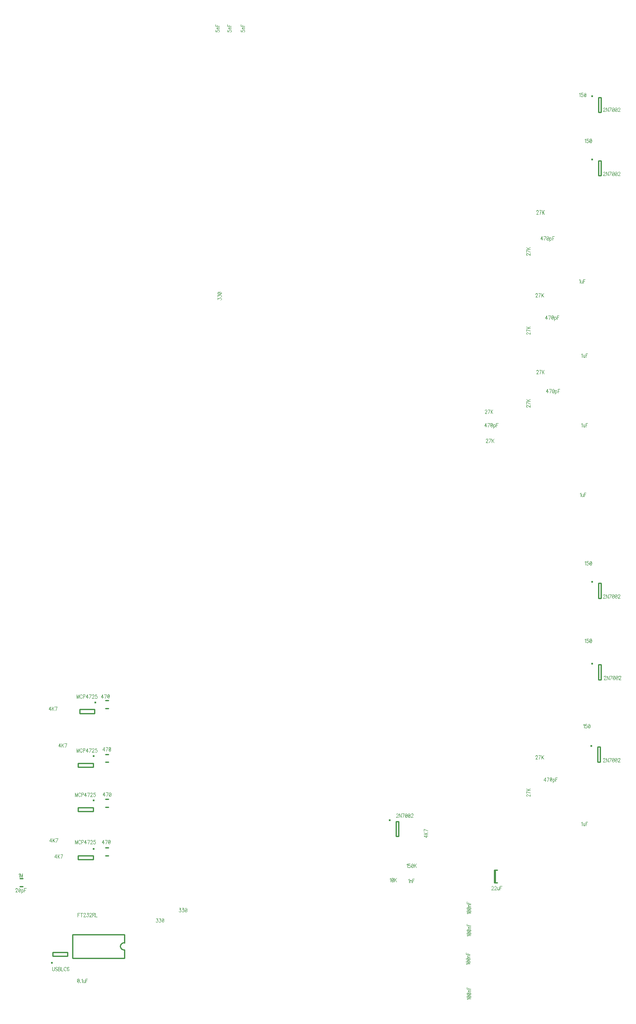
<source format=gbr>
G04 DipTrace 3.3.1.3*
G04 TopSilk.gbr*
%MOIN*%
G04 #@! TF.FileFunction,Legend,Top*
G04 #@! TF.Part,Single*
%ADD10C,0.009843*%
%ADD41C,0.015422*%
%ADD53C,0.015401*%
%ADD114C,0.004632*%
%FSLAX26Y26*%
G04*
G70*
G90*
G75*
G01*
G04 TopSilk*
%LPD*%
X4713238Y1456984D2*
D10*
Y1555417D1*
X4705789Y1456984D2*
Y1555417D1*
Y1456984D2*
X4729348D1*
X4705789Y1555417D2*
X4729348D1*
X1782087Y1046467D2*
X1372638D1*
X1782087Y857462D2*
X1372638D1*
Y1046467D2*
Y857462D1*
X1782087Y1046467D2*
Y979532D1*
Y924397D2*
Y857462D1*
Y979532D2*
G03X1782087Y924397I-3711J-27568D01*
G01*
D41*
X5471216Y2536951D3*
X5521358Y2527751D2*
D10*
Y2409646D1*
X5541043D1*
Y2527751D1*
X5521358D1*
D41*
X5477466Y7668202D3*
X5527608Y7659001D2*
D10*
Y7540896D1*
X5547293D1*
Y7659001D1*
X5527608D1*
D41*
X5477466Y3830701D3*
X5527608Y3821500D2*
D10*
Y3703395D1*
X5547293D1*
Y3821500D1*
X5527608D1*
D41*
X5477466Y3186951D3*
X5527608Y3177751D2*
D10*
Y3059646D1*
X5547293D1*
Y3177751D1*
X5527608D1*
D41*
X5477466Y7168201D3*
X5527608Y7159000D2*
D10*
Y7040895D1*
X5547293D1*
Y7159000D1*
X5527608D1*
D41*
X3878992Y1948762D3*
X3929134Y1939562D2*
D10*
Y1821457D1*
X3948819D1*
Y1939562D1*
X3929134D1*
X1655487Y2895164D2*
X1631919D1*
X1655487Y2832234D2*
X1631919D1*
X955666Y1424736D2*
X979235D1*
X955666Y1487666D2*
X979235D1*
X1655486Y2470166D2*
X1631918D1*
X1655486Y2407236D2*
X1631918D1*
X1655486Y2113915D2*
X1631918D1*
X1655486Y2050985D2*
X1631918D1*
X1655487Y1732664D2*
X1631919D1*
X1655487Y1669734D2*
X1631919D1*
D53*
X1210538Y820826D3*
X1215800Y874892D2*
D10*
X1333908D1*
X1215800Y906382D2*
X1333908D1*
Y874892D2*
Y906382D1*
X1215800Y874892D2*
Y906382D1*
D53*
X1551865Y2879077D3*
X1546603Y2825011D2*
D10*
X1428495D1*
X1546603Y2793521D2*
X1428495D1*
Y2825011D2*
Y2793521D1*
X1546603Y2825011D2*
Y2793521D1*
D53*
X1539365Y2454075D3*
X1534103Y2400010D2*
D10*
X1415995D1*
X1534103Y2368519D2*
X1415995D1*
Y2400010D2*
Y2368519D1*
X1534103Y2400010D2*
Y2368519D1*
D53*
X1539365Y2104077D3*
X1534103Y2050011D2*
D10*
X1415995D1*
X1534103Y2018521D2*
X1415995D1*
Y2050011D2*
Y2018521D1*
X1534103Y2050011D2*
Y2018521D1*
D53*
X1539365Y1722826D3*
X1534103Y1668761D2*
D10*
X1415995D1*
X1534103Y1637270D2*
X1415995D1*
Y1668761D2*
Y1637270D1*
X1534103Y1668761D2*
Y1637270D1*
X2501523Y8190834D2*
D114*
Y8179374D1*
X2514423Y8178233D1*
X2512997Y8179374D1*
X2511538Y8182822D1*
Y8186245D1*
X2512997Y8189693D1*
X2515849Y8192001D1*
X2520160Y8193142D1*
X2523012D1*
X2527323Y8192001D1*
X2530208Y8189693D1*
X2531634Y8186245D1*
Y8182822D1*
X2530208Y8179374D1*
X2528749Y8178233D1*
X2525897Y8177065D1*
X2511538Y8200553D2*
X2531634D1*
X2517275D2*
X2512964Y8204002D1*
X2511538Y8206310D1*
Y8209732D1*
X2512964Y8212040D1*
X2517275Y8213181D1*
X2531634D1*
X2501490Y8235528D2*
Y8220592D1*
X2531634D1*
X2515849D2*
Y8229771D1*
X2595274Y8190834D2*
Y8179374D1*
X2608174Y8178233D1*
X2606748Y8179374D1*
X2605289Y8182822D1*
Y8186245D1*
X2606748Y8189693D1*
X2609600Y8192001D1*
X2613911Y8193142D1*
X2616763D1*
X2621074Y8192001D1*
X2623959Y8189693D1*
X2625385Y8186245D1*
Y8182822D1*
X2623959Y8179374D1*
X2622500Y8178233D1*
X2619648Y8177065D1*
X2605289Y8200553D2*
X2625385D1*
X2611026D2*
X2606715Y8204002D1*
X2605289Y8206310D1*
Y8209732D1*
X2606715Y8212040D1*
X2611026Y8213181D1*
X2625385D1*
X2595241Y8235528D2*
Y8220592D1*
X2625385D1*
X2609600D2*
Y8229771D1*
X2701523Y8190834D2*
Y8179374D1*
X2714423Y8178233D1*
X2712997Y8179374D1*
X2711538Y8182822D1*
Y8186245D1*
X2712997Y8189693D1*
X2715849Y8192001D1*
X2720160Y8193142D1*
X2723012D1*
X2727323Y8192001D1*
X2730208Y8189693D1*
X2731634Y8186245D1*
Y8182822D1*
X2730208Y8179374D1*
X2728749Y8178233D1*
X2725897Y8177065D1*
X2711538Y8200553D2*
X2731634D1*
X2717275D2*
X2712964Y8204002D1*
X2711538Y8206310D1*
Y8209732D1*
X2712964Y8212040D1*
X2717275Y8213181D1*
X2731634D1*
X2701490Y8235528D2*
Y8220592D1*
X2731634D1*
X2715849D2*
Y8229771D1*
X4488510Y808544D2*
X4487050Y810852D1*
X4482773Y814300D1*
X4512883D1*
X4482773Y828609D2*
X4484199Y825160D1*
X4488510Y822852D1*
X4495673Y821711D1*
X4499984D1*
X4507146Y822852D1*
X4511457Y825160D1*
X4512883Y828609D1*
Y830890D1*
X4511457Y834339D1*
X4507146Y836621D1*
X4499984Y837788D1*
X4495673D1*
X4488510Y836621D1*
X4484199Y834339D1*
X4482773Y830890D1*
Y828609D1*
X4488510Y836621D2*
X4507146Y822852D1*
X4482773Y852096D2*
X4484199Y848648D1*
X4488510Y846340D1*
X4495673Y845199D1*
X4499984D1*
X4507146Y846340D1*
X4511457Y848648D1*
X4512883Y852096D1*
Y854378D1*
X4511457Y857827D1*
X4507146Y860108D1*
X4499984Y861276D1*
X4495673D1*
X4488510Y860108D1*
X4484199Y857827D1*
X4482773Y854378D1*
Y852096D1*
X4488510Y860108D2*
X4507146Y846340D1*
X4492787Y868686D2*
X4512883D1*
X4498524D2*
X4494213Y872135D1*
X4492787Y874443D1*
Y877866D1*
X4494213Y880174D1*
X4498524Y881314D1*
X4512883D1*
X4482739Y903661D2*
Y888725D1*
X4512883D1*
X4497098D2*
Y897904D1*
X4025780Y1480143D2*
X4028088Y1481602D1*
X4031537Y1485880D1*
Y1455769D1*
X4038948Y1475865D2*
Y1455769D1*
Y1470128D2*
X4042397Y1474439D1*
X4044705Y1475865D1*
X4048127D1*
X4050435Y1474439D1*
X4051576Y1470128D1*
Y1455769D1*
X4073923Y1485913D2*
X4058987D1*
Y1455769D1*
Y1471554D2*
X4068166D1*
X4494759Y1033740D2*
X4493300Y1036048D1*
X4489022Y1039497D1*
X4519133D1*
X4489022Y1053806D2*
X4490448Y1050357D1*
X4494759Y1048049D1*
X4501922Y1046908D1*
X4506233D1*
X4513396Y1048049D1*
X4517707Y1050357D1*
X4519133Y1053806D1*
Y1056087D1*
X4517707Y1059536D1*
X4513396Y1061818D1*
X4506233Y1062985D1*
X4501922D1*
X4494759Y1061818D1*
X4490448Y1059536D1*
X4489022Y1056087D1*
Y1053806D1*
X4494759Y1061818D2*
X4513396Y1048049D1*
X4489022Y1077293D2*
X4490448Y1073845D1*
X4494759Y1071536D1*
X4501922Y1070396D1*
X4506233D1*
X4513396Y1071536D1*
X4517707Y1073844D1*
X4519133Y1077293D1*
Y1079575D1*
X4517707Y1083024D1*
X4513396Y1085305D1*
X4506233Y1086472D1*
X4501922D1*
X4494759Y1085305D1*
X4490448Y1083024D1*
X4489022Y1079575D1*
Y1077293D1*
X4494759Y1085305D2*
X4513396Y1071536D1*
X4499037Y1093883D2*
X4519133D1*
X4504774D2*
X4500463Y1097332D1*
X4499037Y1099640D1*
Y1103062D1*
X4500463Y1105371D1*
X4504774Y1106511D1*
X4519133D1*
X4488989Y1128858D2*
Y1113922D1*
X4519133D1*
X4503348D2*
Y1123101D1*
X4494759Y1208740D2*
X4493300Y1211048D1*
X4489022Y1214497D1*
X4519133D1*
X4489022Y1228806D2*
X4490448Y1225357D1*
X4494759Y1223049D1*
X4501922Y1221908D1*
X4506233D1*
X4513396Y1223049D1*
X4517707Y1225357D1*
X4519133Y1228806D1*
Y1231087D1*
X4517707Y1234536D1*
X4513396Y1236818D1*
X4506233Y1237985D1*
X4501922D1*
X4494759Y1236818D1*
X4490448Y1234536D1*
X4489022Y1231087D1*
Y1228806D1*
X4494759Y1236818D2*
X4513396Y1223049D1*
X4489022Y1252293D2*
X4490448Y1248845D1*
X4494759Y1246536D1*
X4501922Y1245396D1*
X4506233D1*
X4513396Y1246536D1*
X4517707Y1248844D1*
X4519133Y1252293D1*
Y1254575D1*
X4517707Y1258024D1*
X4513396Y1260305D1*
X4506233Y1261472D1*
X4501922D1*
X4494759Y1260305D1*
X4490448Y1258024D1*
X4489022Y1254575D1*
Y1252293D1*
X4494759Y1260305D2*
X4513396Y1246536D1*
X4499037Y1268883D2*
X4519133D1*
X4504774D2*
X4500463Y1272332D1*
X4499037Y1274640D1*
Y1278062D1*
X4500463Y1280371D1*
X4504774Y1281511D1*
X4519133D1*
X4488989Y1303858D2*
Y1288922D1*
X4519133D1*
X4503348D2*
Y1298101D1*
X4684011Y1421088D2*
Y1422514D1*
X4685152Y1425399D1*
X4686293Y1426825D1*
X4688601Y1428251D1*
X4693190D1*
X4695472Y1426825D1*
X4696613Y1425399D1*
X4697780Y1422514D1*
Y1419662D1*
X4696613Y1416777D1*
X4694331Y1412499D1*
X4682844Y1398140D1*
X4698921D1*
X4707499Y1421088D2*
Y1422514D1*
X4708640Y1425399D1*
X4709780Y1426825D1*
X4712088Y1428251D1*
X4716678D1*
X4718959Y1426825D1*
X4720100Y1425399D1*
X4721268Y1422514D1*
Y1419662D1*
X4720100Y1416777D1*
X4717819Y1412499D1*
X4706331Y1398140D1*
X4722408D1*
X4729819Y1418236D2*
Y1403877D1*
X4730960Y1399599D1*
X4733268Y1398140D1*
X4736717D1*
X4738998Y1399599D1*
X4742447Y1403877D1*
Y1418236D2*
Y1398140D1*
X4764794Y1428284D2*
X4749858D1*
Y1398140D1*
Y1413925D2*
X4759037D1*
X4494759Y533740D2*
X4493300Y536048D1*
X4489022Y539497D1*
X4519133D1*
X4489022Y553806D2*
X4490448Y550357D1*
X4494759Y548049D1*
X4501922Y546908D1*
X4506233D1*
X4513396Y548049D1*
X4517707Y550357D1*
X4519133Y553806D1*
Y556087D1*
X4517707Y559536D1*
X4513396Y561818D1*
X4506233Y562985D1*
X4501922D1*
X4494759Y561818D1*
X4490448Y559536D1*
X4489022Y556087D1*
Y553806D1*
X4494759Y561818D2*
X4513396Y548049D1*
X4489022Y577293D2*
X4490448Y573845D1*
X4494759Y571536D1*
X4501922Y570396D1*
X4506233D1*
X4513396Y571536D1*
X4517707Y573844D1*
X4519133Y577293D1*
Y579575D1*
X4517707Y583024D1*
X4513396Y585305D1*
X4506233Y586472D1*
X4501922D1*
X4494759Y585305D1*
X4490448Y583024D1*
X4489022Y579575D1*
Y577293D1*
X4494759Y585305D2*
X4513396Y571536D1*
X4499037Y593883D2*
X4519133D1*
X4504774D2*
X4500463Y597332D1*
X4499037Y599640D1*
Y603062D1*
X4500463Y605371D1*
X4504774Y606511D1*
X4519133D1*
X4488989Y628858D2*
Y613922D1*
X4519133D1*
X4503348D2*
Y623101D1*
X922161Y1403727D2*
Y1405153D1*
X923302Y1408038D1*
X924443Y1409464D1*
X926751Y1410890D1*
X931340D1*
X933622Y1409464D1*
X934763Y1408038D1*
X935930Y1405153D1*
Y1402301D1*
X934763Y1399416D1*
X932481Y1395138D1*
X920994Y1380779D1*
X937071D1*
X951379Y1410890D2*
X947930Y1409464D1*
X945622Y1405153D1*
X944481Y1397990D1*
Y1393679D1*
X945622Y1386516D1*
X947930Y1382205D1*
X951379Y1380779D1*
X953661D1*
X957109Y1382205D1*
X959391Y1386516D1*
X960558Y1393679D1*
Y1397990D1*
X959391Y1405153D1*
X957109Y1409464D1*
X953661Y1410890D1*
X951379D1*
X959391Y1405153D2*
X945622Y1386516D1*
X967969Y1400875D2*
Y1370731D1*
Y1396564D2*
X970277Y1399416D1*
X972559Y1400875D1*
X976007D1*
X978316Y1399416D1*
X980597Y1396564D1*
X981764Y1392253D1*
Y1389368D1*
X980597Y1385090D1*
X978316Y1382205D1*
X976007Y1380779D1*
X972559D1*
X970277Y1382205D1*
X967969Y1385090D1*
X1004111Y1410923D2*
X989175D1*
Y1380779D1*
Y1396564D2*
X998354D1*
X1415633Y695869D2*
X1412184Y694443D1*
X1409876Y690132D1*
X1408735Y682969D1*
Y678658D1*
X1409876Y671495D1*
X1412184Y667184D1*
X1415633Y665758D1*
X1417914D1*
X1421363Y667184D1*
X1423644Y671495D1*
X1424812Y678658D1*
Y682969D1*
X1423644Y690132D1*
X1421363Y694443D1*
X1417914Y695869D1*
X1415633D1*
X1423644Y690132D2*
X1409876Y671495D1*
X1433363Y668643D2*
X1432223Y667184D1*
X1433363Y665758D1*
X1434531Y667184D1*
X1433363Y668643D1*
X1441941Y690132D2*
X1444249Y691591D1*
X1447698Y695869D1*
Y665758D1*
X1455109Y685854D2*
Y671495D1*
X1456250Y667217D1*
X1458558Y665758D1*
X1462007D1*
X1464288Y667217D1*
X1467737Y671495D1*
Y685854D2*
Y665758D1*
X1490084Y695902D2*
X1475148D1*
Y665758D1*
Y681543D2*
X1484327D1*
X4638814Y5055867D2*
Y5085978D1*
X4627327Y5065915D1*
X4644544D1*
X4656545Y5055867D2*
X4668032Y5085978D1*
X4651955D1*
X4682340D2*
X4678891Y5084552D1*
X4676583Y5080241D1*
X4675443Y5073078D1*
Y5068767D1*
X4676583Y5061604D1*
X4678891Y5057293D1*
X4682340Y5055867D1*
X4684622D1*
X4688071Y5057293D1*
X4690352Y5061604D1*
X4691519Y5068767D1*
Y5073078D1*
X4690352Y5080241D1*
X4688071Y5084552D1*
X4684622Y5085978D1*
X4682340D1*
X4690352Y5080241D2*
X4676583Y5061604D1*
X4698930Y5075963D2*
Y5045819D1*
Y5071652D2*
X4701238Y5074504D1*
X4703520Y5075963D1*
X4706969D1*
X4709277Y5074504D1*
X4711558Y5071652D1*
X4712726Y5067341D1*
Y5064456D1*
X4711558Y5060178D1*
X4709277Y5057293D1*
X4706969Y5055867D1*
X4703520D1*
X4701238Y5057293D1*
X4698930Y5060178D1*
X4735072Y5086011D2*
X4720136D1*
Y5055867D1*
Y5071652D2*
X4729316D1*
X5394531Y5080141D2*
X5396839Y5081601D1*
X5400288Y5085878D1*
Y5055768D1*
X5407699Y5075864D2*
Y5061505D1*
X5408840Y5057227D1*
X5411148Y5055768D1*
X5414596D1*
X5416878Y5057227D1*
X5420327Y5061505D1*
Y5075864D2*
Y5055768D1*
X5442674Y5085912D2*
X5427738D1*
Y5055768D1*
Y5071553D2*
X5436917D1*
X5107664Y2255769D2*
Y2285880D1*
X5096177Y2265817D1*
X5113395D1*
X5125395Y2255769D2*
X5136882Y2285880D1*
X5120805D1*
X5151191D2*
X5147742Y2284454D1*
X5145434Y2280143D1*
X5144293Y2272980D1*
Y2268669D1*
X5145434Y2261506D1*
X5147742Y2257195D1*
X5151191Y2255769D1*
X5153472D1*
X5156921Y2257195D1*
X5159203Y2261506D1*
X5160370Y2268669D1*
Y2272980D1*
X5159203Y2280143D1*
X5156921Y2284454D1*
X5153472Y2285880D1*
X5151191D1*
X5159203Y2280143D2*
X5145434Y2261506D1*
X5167781Y2275865D2*
Y2245721D1*
Y2271554D2*
X5170089Y2274406D1*
X5172370Y2275865D1*
X5175819D1*
X5178127Y2274406D1*
X5180409Y2271554D1*
X5181576Y2267243D1*
Y2264358D1*
X5180409Y2260080D1*
X5178127Y2257195D1*
X5175819Y2255769D1*
X5172370D1*
X5170089Y2257195D1*
X5167781Y2260080D1*
X5203923Y2285913D2*
X5188987D1*
Y2255769D1*
Y2271554D2*
X5198166D1*
X5382031Y4530141D2*
X5384339Y4531601D1*
X5387788Y4535878D1*
Y4505768D1*
X5395199Y4525864D2*
Y4511505D1*
X5396340Y4507227D1*
X5398648Y4505768D1*
X5402096D1*
X5404378Y4507227D1*
X5407827Y4511505D1*
Y4525864D2*
Y4505768D1*
X5430174Y4535912D2*
X5415238D1*
Y4505768D1*
Y4521553D2*
X5424417D1*
X5126414Y5324518D2*
Y5354629D1*
X5114926Y5334566D1*
X5132144D1*
X5144144Y5324518D2*
X5155631Y5354629D1*
X5139555D1*
X5169940D2*
X5166491Y5353203D1*
X5164183Y5348892D1*
X5163042Y5341729D1*
Y5337418D1*
X5164183Y5330255D1*
X5166491Y5325944D1*
X5169940Y5324518D1*
X5172222D1*
X5175670Y5325944D1*
X5177952Y5330255D1*
X5179119Y5337418D1*
Y5341729D1*
X5177952Y5348892D1*
X5175670Y5353203D1*
X5172222Y5354629D1*
X5169940D1*
X5177952Y5348892D2*
X5164183Y5330255D1*
X5186530Y5344614D2*
Y5314470D1*
Y5340303D2*
X5188838Y5343155D1*
X5191120Y5344614D1*
X5194568D1*
X5196876Y5343155D1*
X5199158Y5340303D1*
X5200325Y5335992D1*
Y5333107D1*
X5199158Y5328829D1*
X5196876Y5325944D1*
X5194568Y5324518D1*
X5191120D1*
X5188838Y5325944D1*
X5186530Y5328829D1*
X5222672Y5354662D2*
X5207736D1*
Y5324518D1*
Y5340303D2*
X5216915D1*
X5394531Y1930141D2*
X5396839Y1931601D1*
X5400288Y1935878D1*
Y1905768D1*
X5407699Y1925864D2*
Y1911505D1*
X5408840Y1907227D1*
X5411148Y1905768D1*
X5414596D1*
X5416878Y1907227D1*
X5420327Y1911505D1*
Y1925864D2*
Y1905768D1*
X5442674Y1935912D2*
X5427738D1*
Y1905768D1*
Y1921553D2*
X5436917D1*
X5082663Y6530769D2*
Y6560880D1*
X5071176Y6540817D1*
X5088393D1*
X5100394Y6530769D2*
X5111881Y6560880D1*
X5095804D1*
X5126189D2*
X5122741Y6559454D1*
X5120432Y6555143D1*
X5119292Y6547980D1*
Y6543669D1*
X5120432Y6536506D1*
X5122741Y6532195D1*
X5126189Y6530769D1*
X5128471D1*
X5131920Y6532195D1*
X5134201Y6536506D1*
X5135368Y6543669D1*
Y6547980D1*
X5134201Y6555143D1*
X5131920Y6559454D1*
X5128471Y6560880D1*
X5126189D1*
X5134201Y6555143D2*
X5120432Y6536506D1*
X5142779Y6550865D2*
Y6520721D1*
Y6546554D2*
X5145087Y6549406D1*
X5147369Y6550865D1*
X5150818D1*
X5153126Y6549406D1*
X5155407Y6546554D1*
X5156575Y6542243D1*
Y6539358D1*
X5155407Y6535080D1*
X5153126Y6532195D1*
X5150818Y6530769D1*
X5147369D1*
X5145087Y6532195D1*
X5142779Y6535080D1*
X5178921Y6560913D2*
X5163985D1*
Y6530769D1*
Y6546554D2*
X5173165D1*
X5375780Y6217641D2*
X5378088Y6219101D1*
X5381537Y6223378D1*
Y6193268D1*
X5388948Y6213364D2*
Y6199005D1*
X5390089Y6194727D1*
X5392397Y6193268D1*
X5395846D1*
X5398127Y6194727D1*
X5401576Y6199005D1*
Y6213364D2*
Y6193268D1*
X5423923Y6223412D2*
X5408987D1*
Y6193268D1*
Y6209053D2*
X5418166D1*
X5120163Y5905768D2*
Y5935878D1*
X5108676Y5915816D1*
X5125893D1*
X5137894Y5905768D2*
X5149381Y5935878D1*
X5133304D1*
X5163689D2*
X5160241Y5934452D1*
X5157932Y5930141D1*
X5156792Y5922978D1*
Y5918667D1*
X5157932Y5911505D1*
X5160241Y5907193D1*
X5163689Y5905768D1*
X5165971D1*
X5169420Y5907193D1*
X5171701Y5911505D1*
X5172868Y5918667D1*
Y5922978D1*
X5171701Y5930141D1*
X5169420Y5934452D1*
X5165971Y5935878D1*
X5163689D1*
X5171701Y5930141D2*
X5157932Y5911505D1*
X5180279Y5925864D2*
Y5895720D1*
Y5921553D2*
X5182587Y5924404D1*
X5184869Y5925864D1*
X5188318D1*
X5190626Y5924404D1*
X5192907Y5921553D1*
X5194075Y5917241D1*
Y5914356D1*
X5192907Y5910079D1*
X5190626Y5907193D1*
X5188318Y5905768D1*
X5184869D1*
X5182587Y5907193D1*
X5180279Y5910079D1*
X5216421Y5935912D2*
X5201485D1*
Y5905768D1*
Y5921553D2*
X5210665D1*
X5394531Y5630141D2*
X5396839Y5631601D1*
X5400288Y5635878D1*
Y5605768D1*
X5407699Y5625864D2*
Y5611505D1*
X5408840Y5607227D1*
X5411148Y5605768D1*
X5414596D1*
X5416878Y5607227D1*
X5420327Y5611505D1*
Y5625864D2*
Y5605768D1*
X5442674Y5635912D2*
X5427738D1*
Y5605768D1*
Y5621553D2*
X5436917D1*
X1428022Y1216819D2*
X1413086D1*
Y1186675D1*
Y1202460D2*
X1422265D1*
X1443471Y1216819D2*
Y1186675D1*
X1435433Y1216819D2*
X1451510D1*
X1460088Y1209623D2*
Y1211049D1*
X1461229Y1213934D1*
X1462369Y1215360D1*
X1464677Y1216786D1*
X1469267D1*
X1471548Y1215360D1*
X1472689Y1213934D1*
X1473857Y1211049D1*
Y1208197D1*
X1472689Y1205312D1*
X1470408Y1201034D1*
X1458920Y1186675D1*
X1474997D1*
X1484716Y1216786D2*
X1497318D1*
X1490447Y1205312D1*
X1493895D1*
X1496177Y1203886D1*
X1497318Y1202460D1*
X1498485Y1198149D1*
Y1195297D1*
X1497318Y1190986D1*
X1495036Y1188101D1*
X1491587Y1186675D1*
X1488138D1*
X1484716Y1188101D1*
X1483575Y1189560D1*
X1482408Y1192412D1*
X1507063Y1209623D2*
Y1211049D1*
X1508204Y1213934D1*
X1509345Y1215360D1*
X1511653Y1216786D1*
X1516242D1*
X1518524Y1215360D1*
X1519664Y1213934D1*
X1520832Y1211049D1*
Y1208197D1*
X1519664Y1205312D1*
X1517383Y1201034D1*
X1505896Y1186675D1*
X1521973D1*
X1529383Y1202460D2*
X1539703D1*
X1543152Y1203919D1*
X1544319Y1205345D1*
X1545460Y1208197D1*
Y1211082D1*
X1544319Y1213934D1*
X1543152Y1215393D1*
X1539703Y1216819D1*
X1529383D1*
Y1186675D1*
X1537422Y1202460D2*
X1545460Y1186675D1*
X1552871Y1216819D2*
Y1186675D1*
X1566640D1*
X5566664Y2432638D2*
Y2434064D1*
X5567805Y2436949D1*
X5568946Y2438375D1*
X5571254Y2439801D1*
X5575844D1*
X5578125Y2438375D1*
X5579266Y2436949D1*
X5580433Y2434064D1*
Y2431212D1*
X5579266Y2428327D1*
X5576984Y2424049D1*
X5565497Y2409690D1*
X5581574D1*
X5605062Y2439834D2*
Y2409690D1*
X5588985Y2439834D1*
Y2409690D1*
X5617062D2*
X5628549Y2439801D1*
X5612472D1*
X5642858D2*
X5639409Y2438375D1*
X5637101Y2434064D1*
X5635960Y2426901D1*
Y2422590D1*
X5637101Y2415427D1*
X5639409Y2411116D1*
X5642858Y2409690D1*
X5645139D1*
X5648588Y2411116D1*
X5650870Y2415427D1*
X5652037Y2422590D1*
Y2426901D1*
X5650870Y2434064D1*
X5648588Y2438375D1*
X5645139Y2439801D1*
X5642858D1*
X5650870Y2434064D2*
X5637101Y2415427D1*
X5666345Y2439801D2*
X5662896Y2438375D1*
X5660588Y2434064D1*
X5659448Y2426901D1*
Y2422590D1*
X5660588Y2415427D1*
X5662896Y2411116D1*
X5666345Y2409690D1*
X5668627D1*
X5672076Y2411116D1*
X5674357Y2415427D1*
X5675524Y2422590D1*
Y2426901D1*
X5674357Y2434064D1*
X5672076Y2438375D1*
X5668627Y2439801D1*
X5666345D1*
X5674357Y2434064D2*
X5660588Y2415427D1*
X5684103Y2432638D2*
Y2434064D1*
X5685243Y2436949D1*
X5686384Y2438375D1*
X5688692Y2439801D1*
X5693282D1*
X5695563Y2438375D1*
X5696704Y2436949D1*
X5697871Y2434064D1*
Y2431212D1*
X5696704Y2428327D1*
X5694423Y2424049D1*
X5682935Y2409690D1*
X5699012D1*
X5566664Y7570138D2*
Y7571564D1*
X5567805Y7574449D1*
X5568946Y7575875D1*
X5571254Y7577301D1*
X5575844D1*
X5578125Y7575875D1*
X5579266Y7574449D1*
X5580433Y7571564D1*
Y7568712D1*
X5579266Y7565827D1*
X5576984Y7561549D1*
X5565497Y7547190D1*
X5581574D1*
X5605062Y7577334D2*
Y7547190D1*
X5588985Y7577334D1*
Y7547190D1*
X5617062D2*
X5628549Y7577301D1*
X5612472D1*
X5642858D2*
X5639409Y7575875D1*
X5637101Y7571564D1*
X5635960Y7564401D1*
Y7560090D1*
X5637101Y7552927D1*
X5639409Y7548616D1*
X5642858Y7547190D1*
X5645139D1*
X5648588Y7548616D1*
X5650870Y7552927D1*
X5652037Y7560090D1*
Y7564401D1*
X5650870Y7571564D1*
X5648588Y7575875D1*
X5645139Y7577301D1*
X5642858D1*
X5650870Y7571564D2*
X5637101Y7552927D1*
X5666345Y7577301D2*
X5662896Y7575875D1*
X5660588Y7571564D1*
X5659448Y7564401D1*
Y7560090D1*
X5660588Y7552927D1*
X5662896Y7548616D1*
X5666345Y7547190D1*
X5668627D1*
X5672076Y7548616D1*
X5674357Y7552927D1*
X5675524Y7560090D1*
Y7564401D1*
X5674357Y7571564D1*
X5672076Y7575875D1*
X5668627Y7577301D1*
X5666345D1*
X5674357Y7571564D2*
X5660588Y7552927D1*
X5684103Y7570138D2*
Y7571564D1*
X5685243Y7574449D1*
X5686384Y7575875D1*
X5688692Y7577301D1*
X5693282D1*
X5695563Y7575875D1*
X5696704Y7574449D1*
X5697871Y7571564D1*
Y7568712D1*
X5696704Y7565827D1*
X5694423Y7561549D1*
X5682935Y7547190D1*
X5699012D1*
X5566664Y3726386D2*
Y3727812D1*
X5567805Y3730697D1*
X5568946Y3732123D1*
X5571254Y3733549D1*
X5575844D1*
X5578125Y3732123D1*
X5579266Y3730697D1*
X5580433Y3727812D1*
Y3724960D1*
X5579266Y3722075D1*
X5576984Y3717797D1*
X5565497Y3703438D1*
X5581574D1*
X5605062Y3733582D2*
Y3703438D1*
X5588985Y3733582D1*
Y3703438D1*
X5617062D2*
X5628549Y3733549D1*
X5612472D1*
X5642858D2*
X5639409Y3732123D1*
X5637101Y3727812D1*
X5635960Y3720649D1*
Y3716338D1*
X5637101Y3709175D1*
X5639409Y3704864D1*
X5642858Y3703438D1*
X5645139D1*
X5648588Y3704864D1*
X5650870Y3709175D1*
X5652037Y3716338D1*
Y3720649D1*
X5650870Y3727812D1*
X5648588Y3732123D1*
X5645139Y3733549D1*
X5642858D1*
X5650870Y3727812D2*
X5637101Y3709175D1*
X5666345Y3733549D2*
X5662896Y3732123D1*
X5660588Y3727812D1*
X5659448Y3720649D1*
Y3716338D1*
X5660588Y3709175D1*
X5662896Y3704864D1*
X5666345Y3703438D1*
X5668627D1*
X5672076Y3704864D1*
X5674357Y3709175D1*
X5675524Y3716338D1*
Y3720649D1*
X5674357Y3727812D1*
X5672076Y3732123D1*
X5668627Y3733549D1*
X5666345D1*
X5674357Y3727812D2*
X5660588Y3709175D1*
X5684103Y3726386D2*
Y3727812D1*
X5685243Y3730697D1*
X5686384Y3732123D1*
X5688692Y3733549D1*
X5693282D1*
X5695563Y3732123D1*
X5696704Y3730697D1*
X5697871Y3727812D1*
Y3724960D1*
X5696704Y3722075D1*
X5694423Y3717797D1*
X5682935Y3703438D1*
X5699012D1*
X5572914Y3082638D2*
Y3084064D1*
X5574054Y3086949D1*
X5575195Y3088375D1*
X5577503Y3089801D1*
X5582093D1*
X5584374Y3088375D1*
X5585515Y3086949D1*
X5586682Y3084064D1*
Y3081212D1*
X5585515Y3078327D1*
X5583234Y3074049D1*
X5571746Y3059690D1*
X5587823D1*
X5611311Y3089834D2*
Y3059690D1*
X5595234Y3089834D1*
Y3059690D1*
X5623311D2*
X5634799Y3089801D1*
X5618722D1*
X5649107D2*
X5645658Y3088375D1*
X5643350Y3084064D1*
X5642209Y3076901D1*
Y3072590D1*
X5643350Y3065427D1*
X5645658Y3061116D1*
X5649107Y3059690D1*
X5651389D1*
X5654837Y3061116D1*
X5657119Y3065427D1*
X5658286Y3072590D1*
Y3076901D1*
X5657119Y3084064D1*
X5654837Y3088375D1*
X5651389Y3089801D1*
X5649107D1*
X5657119Y3084064D2*
X5643350Y3065427D1*
X5672595Y3089801D2*
X5669146Y3088375D1*
X5666838Y3084064D1*
X5665697Y3076901D1*
Y3072590D1*
X5666838Y3065427D1*
X5669146Y3061116D1*
X5672595Y3059690D1*
X5674876D1*
X5678325Y3061116D1*
X5680607Y3065427D1*
X5681774Y3072590D1*
Y3076901D1*
X5680607Y3084064D1*
X5678325Y3088375D1*
X5674876Y3089801D1*
X5672595D1*
X5680607Y3084064D2*
X5666838Y3065427D1*
X5690352Y3082638D2*
Y3084064D1*
X5691493Y3086949D1*
X5692633Y3088375D1*
X5694942Y3089801D1*
X5699531D1*
X5701813Y3088375D1*
X5702953Y3086949D1*
X5704121Y3084064D1*
Y3081212D1*
X5702953Y3078327D1*
X5700672Y3074049D1*
X5689185Y3059690D1*
X5705261D1*
X5566664Y7063886D2*
Y7065312D1*
X5567805Y7068197D1*
X5568946Y7069623D1*
X5571254Y7071049D1*
X5575844D1*
X5578125Y7069623D1*
X5579266Y7068197D1*
X5580433Y7065312D1*
Y7062460D1*
X5579266Y7059575D1*
X5576984Y7055297D1*
X5565497Y7040938D1*
X5581574D1*
X5605062Y7071082D2*
Y7040938D1*
X5588985Y7071082D1*
Y7040938D1*
X5617062D2*
X5628549Y7071049D1*
X5612472D1*
X5642858D2*
X5639409Y7069623D1*
X5637101Y7065312D1*
X5635960Y7058149D1*
Y7053838D1*
X5637101Y7046675D1*
X5639409Y7042364D1*
X5642858Y7040938D1*
X5645139D1*
X5648588Y7042364D1*
X5650870Y7046675D1*
X5652037Y7053838D1*
Y7058149D1*
X5650870Y7065312D1*
X5648588Y7069623D1*
X5645139Y7071049D1*
X5642858D1*
X5650870Y7065312D2*
X5637101Y7046675D1*
X5666345Y7071049D2*
X5662896Y7069623D1*
X5660588Y7065312D1*
X5659448Y7058149D1*
Y7053838D1*
X5660588Y7046675D1*
X5662896Y7042364D1*
X5666345Y7040938D1*
X5668627D1*
X5672076Y7042364D1*
X5674357Y7046675D1*
X5675524Y7053838D1*
Y7058149D1*
X5674357Y7065312D1*
X5672076Y7069623D1*
X5668627Y7071049D1*
X5666345D1*
X5674357Y7065312D2*
X5660588Y7046675D1*
X5684103Y7063886D2*
Y7065312D1*
X5685243Y7068197D1*
X5686384Y7069623D1*
X5688692Y7071049D1*
X5693282D1*
X5695563Y7069623D1*
X5696704Y7068197D1*
X5697871Y7065312D1*
Y7062460D1*
X5696704Y7059575D1*
X5694423Y7055297D1*
X5682935Y7040938D1*
X5699012D1*
X3930691Y1994449D2*
Y1995875D1*
X3931831Y1998760D1*
X3932972Y2000186D1*
X3935280Y2001612D1*
X3939870D1*
X3942151Y2000186D1*
X3943292Y1998760D1*
X3944459Y1995875D1*
Y1993023D1*
X3943292Y1990138D1*
X3941011Y1985860D1*
X3929523Y1971501D1*
X3945600D1*
X3969088Y2001645D2*
Y1971501D1*
X3953011Y2001645D1*
Y1971501D1*
X3981088D2*
X3992575Y2001612D1*
X3976499D1*
X4006884D2*
X4003435Y2000186D1*
X4001127Y1995875D1*
X3999986Y1988712D1*
Y1984401D1*
X4001127Y1977238D1*
X4003435Y1972927D1*
X4006884Y1971501D1*
X4009165D1*
X4012614Y1972927D1*
X4014896Y1977238D1*
X4016063Y1984401D1*
Y1988712D1*
X4014896Y1995875D1*
X4012614Y2000186D1*
X4009165Y2001612D1*
X4006884D1*
X4014896Y1995875D2*
X4001127Y1977238D1*
X4030372Y2001612D2*
X4026923Y2000186D1*
X4024615Y1995875D1*
X4023474Y1988712D1*
Y1984401D1*
X4024615Y1977238D1*
X4026923Y1972927D1*
X4030372Y1971501D1*
X4032653D1*
X4036102Y1972927D1*
X4038383Y1977238D1*
X4039551Y1984401D1*
Y1988712D1*
X4038383Y1995875D1*
X4036102Y2000186D1*
X4032653Y2001612D1*
X4030372D1*
X4038383Y1995875D2*
X4024615Y1977238D1*
X4048129Y1994449D2*
Y1995875D1*
X4049270Y1998760D1*
X4050410Y2000186D1*
X4052718Y2001612D1*
X4057308D1*
X4059590Y2000186D1*
X4060730Y1998760D1*
X4061898Y1995875D1*
Y1993023D1*
X4060730Y1990138D1*
X4058449Y1985860D1*
X4046962Y1971501D1*
X4063038D1*
X5377621Y7689048D2*
X5379929Y7690507D1*
X5383378Y7694785D1*
Y7664674D1*
X5404557Y7694785D2*
X5393097D1*
X5391956Y7681885D1*
X5393097Y7683311D1*
X5396545Y7684770D1*
X5399968D1*
X5403416Y7683311D1*
X5405725Y7680459D1*
X5406865Y7676148D1*
Y7673296D1*
X5405725Y7668985D1*
X5403416Y7666100D1*
X5399968Y7664674D1*
X5396545D1*
X5393097Y7666100D1*
X5391956Y7667559D1*
X5390789Y7670411D1*
X5421174Y7694785D2*
X5417725Y7693359D1*
X5415417Y7689048D1*
X5414276Y7681885D1*
Y7677574D1*
X5415417Y7670411D1*
X5417725Y7666100D1*
X5421174Y7664674D1*
X5423455D1*
X5426904Y7666100D1*
X5429186Y7670411D1*
X5430353Y7677574D1*
Y7681885D1*
X5429186Y7689048D1*
X5426904Y7693359D1*
X5423455Y7694785D1*
X5421174D1*
X5429186Y7689048D2*
X5415417Y7670411D1*
X2517615Y6062268D2*
Y6074869D1*
X2529089Y6067998D1*
Y6071447D1*
X2530515Y6073728D1*
X2531941Y6074869D1*
X2536252Y6076036D1*
X2539104D1*
X2543415Y6074869D1*
X2546300Y6072588D1*
X2547726Y6069139D1*
Y6065690D1*
X2546300Y6062268D1*
X2544841Y6061127D1*
X2541989Y6059960D1*
X2517615Y6085755D2*
Y6098357D1*
X2529089Y6091486D1*
Y6094934D1*
X2530515Y6097216D1*
X2531941Y6098357D1*
X2536252Y6099524D1*
X2539104D1*
X2543415Y6098357D1*
X2546300Y6096075D1*
X2547726Y6092626D1*
Y6089178D1*
X2546300Y6085755D1*
X2544841Y6084614D1*
X2541989Y6083447D1*
X2517615Y6113832D2*
X2519041Y6110384D1*
X2523352Y6108076D1*
X2530515Y6106935D1*
X2534826D1*
X2541989Y6108076D1*
X2546300Y6110384D1*
X2547726Y6113832D1*
Y6116114D1*
X2546300Y6119563D1*
X2541989Y6121844D1*
X2534826Y6123012D1*
X2530515D1*
X2523352Y6121844D1*
X2519041Y6119563D1*
X2517615Y6116114D1*
Y6113832D1*
X2523352Y6121844D2*
X2541989Y6108076D1*
X5408870Y2701550D2*
X5411178Y2703009D1*
X5414627Y2707287D1*
Y2677176D1*
X5435807Y2707287D2*
X5424346D1*
X5423205Y2694387D1*
X5424346Y2695813D1*
X5427795Y2697272D1*
X5431217D1*
X5434666Y2695813D1*
X5436974Y2692961D1*
X5438115Y2688650D1*
Y2685798D1*
X5436974Y2681487D1*
X5434666Y2678602D1*
X5431217Y2677176D1*
X5427795D1*
X5424346Y2678602D1*
X5423205Y2680061D1*
X5422038Y2682913D1*
X5452423Y2707287D2*
X5448974Y2705861D1*
X5446666Y2701550D1*
X5445525Y2694387D1*
Y2690076D1*
X5446666Y2682913D1*
X5448974Y2678602D1*
X5452423Y2677176D1*
X5454705D1*
X5458153Y2678602D1*
X5460435Y2682913D1*
X5461602Y2690076D1*
Y2694387D1*
X5460435Y2701550D1*
X5458153Y2705861D1*
X5454705Y2707287D1*
X5452423D1*
X5460435Y2701550D2*
X5446666Y2682913D1*
X5421370Y7326550D2*
X5423678Y7328009D1*
X5427127Y7332287D1*
Y7302176D1*
X5448307Y7332287D2*
X5436846D1*
X5435705Y7319387D1*
X5436846Y7320813D1*
X5440295Y7322272D1*
X5443717D1*
X5447166Y7320813D1*
X5449474Y7317961D1*
X5450615Y7313650D1*
Y7310798D1*
X5449474Y7306487D1*
X5447166Y7303602D1*
X5443717Y7302176D1*
X5440295D1*
X5436846Y7303602D1*
X5435705Y7305061D1*
X5434538Y7307913D1*
X5464923Y7332287D2*
X5461474Y7330861D1*
X5459166Y7326550D1*
X5458025Y7319387D1*
Y7315076D1*
X5459166Y7307913D1*
X5461474Y7303602D1*
X5464923Y7302176D1*
X5467205D1*
X5470653Y7303602D1*
X5472935Y7307913D1*
X5474102Y7315076D1*
Y7319387D1*
X5472935Y7326550D1*
X5470653Y7330861D1*
X5467205Y7332287D1*
X5464923D1*
X5472935Y7326550D2*
X5459166Y7307913D1*
X5421370Y3989050D2*
X5423678Y3990509D1*
X5427127Y3994787D1*
Y3964676D1*
X5448307Y3994787D2*
X5436846D1*
X5435705Y3981887D1*
X5436846Y3983313D1*
X5440295Y3984772D1*
X5443717D1*
X5447166Y3983313D1*
X5449474Y3980461D1*
X5450615Y3976150D1*
Y3973298D1*
X5449474Y3968987D1*
X5447166Y3966102D1*
X5443717Y3964676D1*
X5440295D1*
X5436846Y3966102D1*
X5435705Y3967561D1*
X5434538Y3970413D1*
X5464923Y3994787D2*
X5461474Y3993361D1*
X5459166Y3989050D1*
X5458025Y3981887D1*
Y3977576D1*
X5459166Y3970413D1*
X5461474Y3966102D1*
X5464923Y3964676D1*
X5467205D1*
X5470653Y3966102D1*
X5472935Y3970413D1*
X5474102Y3977576D1*
Y3981887D1*
X5472935Y3989050D1*
X5470653Y3993361D1*
X5467205Y3994787D1*
X5464923D1*
X5472935Y3989050D2*
X5459166Y3970413D1*
X5421370Y3376550D2*
X5423678Y3378009D1*
X5427127Y3382287D1*
Y3352176D1*
X5448307Y3382287D2*
X5436846D1*
X5435705Y3369387D1*
X5436846Y3370813D1*
X5440295Y3372272D1*
X5443717D1*
X5447166Y3370813D1*
X5449474Y3367961D1*
X5450615Y3363650D1*
Y3360798D1*
X5449474Y3356487D1*
X5447166Y3353602D1*
X5443717Y3352176D1*
X5440295D1*
X5436846Y3353602D1*
X5435705Y3355061D1*
X5434538Y3357913D1*
X5464923Y3382287D2*
X5461474Y3380861D1*
X5459166Y3376550D1*
X5458025Y3369387D1*
Y3365076D1*
X5459166Y3357913D1*
X5461474Y3353602D1*
X5464923Y3352176D1*
X5467205D1*
X5470653Y3353602D1*
X5472935Y3357913D1*
X5474102Y3365076D1*
Y3369387D1*
X5472935Y3376550D1*
X5470653Y3380861D1*
X5467205Y3382287D1*
X5464923D1*
X5472935Y3376550D2*
X5459166Y3357913D1*
X4011743Y1598892D2*
X4014051Y1600351D1*
X4017500Y1604629D1*
Y1574518D1*
X4038680Y1604629D2*
X4027219D1*
X4026078Y1591729D1*
X4027219Y1593155D1*
X4030668Y1594614D1*
X4034090D1*
X4037539Y1593155D1*
X4039847Y1590303D1*
X4040988Y1585992D1*
Y1583140D1*
X4039847Y1578829D1*
X4037539Y1575944D1*
X4034090Y1574518D1*
X4030668D1*
X4027219Y1575944D1*
X4026078Y1577403D1*
X4024911Y1580255D1*
X4055296Y1604629D2*
X4051847Y1603203D1*
X4049539Y1598892D1*
X4048398Y1591729D1*
Y1587418D1*
X4049539Y1580255D1*
X4051847Y1575944D1*
X4055296Y1574518D1*
X4057578D1*
X4061026Y1575944D1*
X4063308Y1580255D1*
X4064475Y1587418D1*
Y1591729D1*
X4063308Y1598892D1*
X4061026Y1603203D1*
X4057578Y1604629D1*
X4055296D1*
X4063308Y1598892D2*
X4049539Y1580255D1*
X4071886Y1604662D2*
Y1574518D1*
X4087963Y1604662D2*
X4071886Y1584566D1*
X4077616Y1591762D2*
X4087963Y1574518D1*
X3879738Y1486393D2*
X3882046Y1487852D1*
X3885494Y1492130D1*
Y1462020D1*
X3899803Y1492130D2*
X3896354Y1490704D1*
X3894046Y1486393D1*
X3892905Y1479230D1*
Y1474919D1*
X3894046Y1467756D1*
X3896354Y1463445D1*
X3899803Y1462020D1*
X3902084D1*
X3905533Y1463445D1*
X3907815Y1467756D1*
X3908982Y1474919D1*
Y1479230D1*
X3907815Y1486393D1*
X3905533Y1490704D1*
X3902084Y1492130D1*
X3899803D1*
X3907815Y1486393D2*
X3894046Y1467756D1*
X3916393Y1492164D2*
Y1462020D1*
X3932470Y1492164D2*
X3916393Y1472068D1*
X3922123Y1479264D2*
X3932470Y1462020D1*
X4178977Y1824518D2*
X4148866D1*
X4168929Y1813031D1*
Y1830249D1*
X4148833Y1837659D2*
X4178977D1*
X4148833Y1853736D2*
X4168929Y1837659D1*
X4161733Y1843390D2*
X4178977Y1853736D1*
Y1865737D2*
X4148866Y1877224D1*
Y1861147D1*
X2214384Y1254629D2*
X2226986D1*
X2220115Y1243155D1*
X2223564D1*
X2225845Y1241729D1*
X2226986Y1240303D1*
X2228153Y1235992D1*
Y1233140D1*
X2226986Y1228829D1*
X2224704Y1225944D1*
X2221255Y1224518D1*
X2217807D1*
X2214384Y1225944D1*
X2213244Y1227403D1*
X2212076Y1230255D1*
X2237872Y1254629D2*
X2250473D1*
X2243602Y1243155D1*
X2247051D1*
X2249333Y1241729D1*
X2250473Y1240303D1*
X2251641Y1235992D1*
Y1233140D1*
X2250473Y1228829D1*
X2248192Y1225944D1*
X2244743Y1224518D1*
X2241294D1*
X2237872Y1225944D1*
X2236731Y1227403D1*
X2235564Y1230255D1*
X2265949Y1254629D2*
X2262500Y1253203D1*
X2260192Y1248892D1*
X2259052Y1241729D1*
Y1237418D1*
X2260192Y1230255D1*
X2262500Y1225944D1*
X2265949Y1224518D1*
X2268231D1*
X2271680Y1225944D1*
X2273961Y1230255D1*
X2275128Y1237418D1*
Y1241729D1*
X2273961Y1248892D1*
X2271680Y1253203D1*
X2268231Y1254629D1*
X2265949D1*
X2273961Y1248892D2*
X2260192Y1230255D1*
X2033134Y1173378D2*
X2045735D1*
X2038864Y1161904D1*
X2042313D1*
X2044594Y1160478D1*
X2045735Y1159053D1*
X2046902Y1154741D1*
Y1151890D1*
X2045735Y1147579D1*
X2043454Y1144693D1*
X2040005Y1143268D1*
X2036556D1*
X2033134Y1144693D1*
X2031993Y1146153D1*
X2030826Y1149005D1*
X2056621Y1173378D2*
X2069223D1*
X2062352Y1161904D1*
X2065801D1*
X2068082Y1160478D1*
X2069223Y1159053D1*
X2070390Y1154741D1*
Y1151890D1*
X2069223Y1147579D1*
X2066941Y1144693D1*
X2063492Y1143268D1*
X2060044D1*
X2056621Y1144693D1*
X2055481Y1146153D1*
X2054313Y1149005D1*
X2084699Y1173378D2*
X2081250Y1171952D1*
X2078942Y1167641D1*
X2077801Y1160478D1*
Y1156167D1*
X2078942Y1149005D1*
X2081250Y1144693D1*
X2084699Y1143268D1*
X2086980D1*
X2090429Y1144693D1*
X2092710Y1149005D1*
X2093878Y1156167D1*
Y1160478D1*
X2092710Y1167641D1*
X2090429Y1171952D1*
X2086980Y1173378D1*
X2084699D1*
X2092710Y1167641D2*
X2078942Y1149005D1*
X1610535Y2912488D2*
Y2942599D1*
X1599048Y2922536D1*
X1616265D1*
X1628266Y2912488D2*
X1639753Y2942599D1*
X1623676D1*
X1654062D2*
X1650613Y2941173D1*
X1648305Y2936862D1*
X1647164Y2929699D1*
Y2925388D1*
X1648305Y2918225D1*
X1650613Y2913914D1*
X1654062Y2912488D1*
X1656343D1*
X1659792Y2913914D1*
X1662073Y2918225D1*
X1663241Y2925388D1*
Y2929699D1*
X1662073Y2936862D1*
X1659792Y2941173D1*
X1656343Y2942599D1*
X1654062D1*
X1662073Y2936862D2*
X1648305Y2918225D1*
X1273907Y2526008D2*
Y2556119D1*
X1262419Y2536056D1*
X1279637D1*
X1287048Y2556152D2*
Y2526008D1*
X1303125Y2556152D2*
X1287048Y2536056D1*
X1292778Y2543252D2*
X1303125Y2526008D1*
X1315125D2*
X1326612Y2556119D1*
X1310535D1*
X945502Y1523114D2*
X947810Y1524573D1*
X951259Y1528851D1*
Y1498740D1*
X977028D2*
Y1528884D1*
X967849Y1498740D1*
X958670Y1528884D1*
Y1498740D1*
X1620907Y2495355D2*
Y2525466D1*
X1609419Y2505403D1*
X1626637D1*
X1638637Y2495355D2*
X1650125Y2525466D1*
X1634048D1*
X1664433D2*
X1660984Y2524040D1*
X1658676Y2519729D1*
X1657535Y2512566D1*
Y2508255D1*
X1658676Y2501092D1*
X1660984Y2496781D1*
X1664433Y2495355D1*
X1666715D1*
X1670163Y2496781D1*
X1672445Y2501092D1*
X1673612Y2508255D1*
Y2512566D1*
X1672445Y2519729D1*
X1670163Y2524040D1*
X1666715Y2525466D1*
X1664433D1*
X1672445Y2519729D2*
X1658676Y2501092D1*
X1197156Y2815723D2*
Y2845834D1*
X1185669Y2825771D1*
X1202886D1*
X1210297Y2845867D2*
Y2815723D1*
X1226374Y2845867D2*
X1210297Y2825771D1*
X1216027Y2832967D2*
X1226374Y2815723D1*
X1238374D2*
X1249862Y2845834D1*
X1233785D1*
X1623033Y2137491D2*
Y2167601D1*
X1611545Y2147539D1*
X1628763D1*
X1640763Y2137491D2*
X1652251Y2167601D1*
X1636174D1*
X1666559D2*
X1663110Y2166176D1*
X1660802Y2161864D1*
X1659661Y2154702D1*
Y2150391D1*
X1660802Y2143228D1*
X1663110Y2138917D1*
X1666559Y2137491D1*
X1668841D1*
X1672289Y2138917D1*
X1674571Y2143228D1*
X1675738Y2150391D1*
Y2154702D1*
X1674571Y2161864D1*
X1672289Y2166176D1*
X1668841Y2167601D1*
X1666559D1*
X1674571Y2161864D2*
X1660802Y2143228D1*
X1201657Y1776471D2*
Y1806582D1*
X1190170Y1786519D1*
X1207388D1*
X1214798Y1806615D2*
Y1776471D1*
X1230875Y1806615D2*
X1214798Y1786519D1*
X1220529Y1793715D2*
X1230875Y1776471D1*
X1242876D2*
X1254363Y1806582D1*
X1238286D1*
X1616784Y1762489D2*
Y1792600D1*
X1605297Y1772537D1*
X1622515D1*
X1634515Y1762489D2*
X1646002Y1792600D1*
X1629926D1*
X1660311D2*
X1656862Y1791174D1*
X1654554Y1786863D1*
X1653413Y1779700D1*
Y1775389D1*
X1654554Y1768226D1*
X1656862Y1763915D1*
X1660311Y1762489D1*
X1662592D1*
X1666041Y1763915D1*
X1668323Y1768226D1*
X1669490Y1775389D1*
Y1779700D1*
X1668323Y1786863D1*
X1666041Y1791174D1*
X1662592Y1792600D1*
X1660311D1*
X1668323Y1786863D2*
X1654554Y1768226D1*
X1240908Y1649260D2*
Y1679371D1*
X1229421Y1659308D1*
X1246638D1*
X1254049Y1679404D2*
Y1649260D1*
X1270126Y1679404D2*
X1254049Y1659308D1*
X1259779Y1666504D2*
X1270126Y1649260D1*
X1282126D2*
X1293613Y1679371D1*
X1277537D1*
X4640065Y4955537D2*
Y4956963D1*
X4641206Y4959848D1*
X4642347Y4961274D1*
X4644655Y4962700D1*
X4649244D1*
X4651526Y4961274D1*
X4652667Y4959848D1*
X4653834Y4956963D1*
Y4954111D1*
X4652667Y4951226D1*
X4650385Y4946948D1*
X4638898Y4932589D1*
X4654975D1*
X4666975D2*
X4678462Y4962700D1*
X4662385D1*
X4685873Y4962733D2*
Y4932589D1*
X4701950Y4962733D2*
X4685873Y4942637D1*
X4691603Y4949833D2*
X4701950Y4932589D1*
X4631993Y5184966D2*
Y5186392D1*
X4633134Y5189277D1*
X4634274Y5190703D1*
X4636583Y5192129D1*
X4641172D1*
X4643454Y5190703D1*
X4644594Y5189277D1*
X4645762Y5186392D1*
Y5183540D1*
X4644594Y5180655D1*
X4642313Y5176377D1*
X4630826Y5162018D1*
X4646902D1*
X4658903D2*
X4670390Y5192129D1*
X4654313D1*
X4677801Y5192162D2*
Y5162018D1*
X4693878Y5192162D2*
X4677801Y5172066D1*
X4683531Y5179262D2*
X4693878Y5162018D1*
X4964935Y2138441D2*
X4963510D1*
X4960624Y2139581D1*
X4959199Y2140722D1*
X4957773Y2143030D1*
Y2147620D1*
X4959199Y2149901D1*
X4960624Y2151042D1*
X4963510Y2152209D1*
X4966361D1*
X4969247Y2151042D1*
X4973524Y2148761D1*
X4987883Y2137273D1*
Y2153350D1*
Y2165350D2*
X4957773Y2176838D1*
Y2160761D1*
X4957739Y2184249D2*
X4987883Y2184248D1*
X4957739Y2200325D2*
X4977835Y2184248D1*
X4970639Y2189979D2*
X4987883Y2200325D1*
X5032190Y2453715D2*
Y2455141D1*
X5033331Y2458026D1*
X5034471Y2459452D1*
X5036779Y2460878D1*
X5041369D1*
X5043650Y2459452D1*
X5044791Y2458026D1*
X5045959Y2455141D1*
Y2452289D1*
X5044791Y2449404D1*
X5042510Y2445127D1*
X5031023Y2430768D1*
X5047099D1*
X5059100D2*
X5070587Y2460878D1*
X5054510D1*
X5077998Y2460912D2*
Y2430768D1*
X5094075Y2460912D2*
X5077998Y2440816D1*
X5083728Y2448012D2*
X5094075Y2430768D1*
X4964935Y5213441D2*
X4963510D1*
X4960624Y5214581D1*
X4959199Y5215722D1*
X4957773Y5218030D1*
Y5222620D1*
X4959199Y5224901D1*
X4960624Y5226042D1*
X4963510Y5227209D1*
X4966361D1*
X4969247Y5226042D1*
X4973524Y5223761D1*
X4987883Y5212273D1*
Y5228350D1*
Y5240350D2*
X4957773Y5251838D1*
Y5235761D1*
X4957739Y5259249D2*
X4987883Y5259248D1*
X4957739Y5275325D2*
X4977835Y5259248D1*
X4970639Y5264979D2*
X4987883Y5275325D1*
X5038440Y5497466D2*
Y5498892D1*
X5039581Y5501777D1*
X5040722Y5503203D1*
X5043030Y5504629D1*
X5047620D1*
X5049901Y5503203D1*
X5051042Y5501777D1*
X5052209Y5498892D1*
Y5496040D1*
X5051042Y5493155D1*
X5048760Y5488877D1*
X5037273Y5474518D1*
X5053350D1*
X5065350D2*
X5076838Y5504629D1*
X5060761D1*
X5084248Y5504662D2*
Y5474518D1*
X5100325Y5504662D2*
X5084248Y5484566D1*
X5089979Y5491762D2*
X5100325Y5474518D1*
X4964935Y6413441D2*
X4963510D1*
X4960624Y6414581D1*
X4959199Y6415722D1*
X4957773Y6418030D1*
Y6422620D1*
X4959199Y6424901D1*
X4960624Y6426042D1*
X4963510Y6427209D1*
X4966361D1*
X4969247Y6426042D1*
X4973524Y6423761D1*
X4987883Y6412273D1*
Y6428350D1*
Y6440350D2*
X4957773Y6451838D1*
Y6435761D1*
X4957739Y6459249D2*
X4987883Y6459248D1*
X4957739Y6475325D2*
X4977835Y6459248D1*
X4970639Y6464979D2*
X4987883Y6475325D1*
X5038440Y6759966D2*
Y6761392D1*
X5039581Y6764277D1*
X5040722Y6765703D1*
X5043030Y6767129D1*
X5047620D1*
X5049901Y6765703D1*
X5051042Y6764277D1*
X5052209Y6761392D1*
Y6758540D1*
X5051042Y6755655D1*
X5048760Y6751377D1*
X5037273Y6737018D1*
X5053350D1*
X5065350D2*
X5076838Y6767129D1*
X5060761D1*
X5084248Y6767162D2*
Y6737018D1*
X5100325Y6767162D2*
X5084248Y6747066D1*
X5089979Y6754262D2*
X5100325Y6737018D1*
X4964935Y5788441D2*
X4963510D1*
X4960624Y5789581D1*
X4959199Y5790722D1*
X4957773Y5793030D1*
Y5797620D1*
X4959199Y5799901D1*
X4960624Y5801042D1*
X4963510Y5802209D1*
X4966361D1*
X4969247Y5801042D1*
X4973524Y5798761D1*
X4987883Y5787273D1*
Y5803350D1*
Y5815350D2*
X4957773Y5826838D1*
Y5810761D1*
X4957739Y5834249D2*
X4987883Y5834248D1*
X4957739Y5850325D2*
X4977835Y5834248D1*
X4970639Y5839979D2*
X4987883Y5850325D1*
X5032190Y6103715D2*
Y6105141D1*
X5033331Y6108026D1*
X5034471Y6109452D1*
X5036779Y6110878D1*
X5041369D1*
X5043650Y6109452D1*
X5044791Y6108026D1*
X5045959Y6105141D1*
Y6102289D1*
X5044791Y6099404D1*
X5042510Y6095127D1*
X5031023Y6080768D1*
X5047099D1*
X5059100D2*
X5070587Y6110878D1*
X5054510D1*
X5077998Y6110912D2*
Y6080768D1*
X5094075Y6110912D2*
X5077998Y6090816D1*
X5083728Y6098012D2*
X5094075Y6080768D1*
X1212248Y789451D2*
Y767929D1*
X1213388Y763618D1*
X1215697Y760766D1*
X1219145Y759307D1*
X1221427D1*
X1224876Y760766D1*
X1227184Y763618D1*
X1228325Y767929D1*
Y789451D1*
X1251812Y785140D2*
X1249531Y788025D1*
X1246082Y789451D1*
X1241492D1*
X1238043Y788025D1*
X1235735Y785140D1*
Y782288D1*
X1236903Y779403D1*
X1238043Y777977D1*
X1240325Y776551D1*
X1247223Y773666D1*
X1249531Y772240D1*
X1250671Y770781D1*
X1251812Y767929D1*
Y763618D1*
X1249531Y760766D1*
X1246082Y759307D1*
X1241492D1*
X1238043Y760766D1*
X1235735Y763618D1*
X1259223Y789451D2*
Y759307D1*
X1269569D1*
X1273018Y760766D1*
X1274159Y762192D1*
X1275300Y765044D1*
Y769355D1*
X1274159Y772240D1*
X1273018Y773666D1*
X1269569Y775092D1*
X1273018Y776551D1*
X1274159Y777977D1*
X1275300Y780829D1*
Y783714D1*
X1274159Y786566D1*
X1273018Y788025D1*
X1269569Y789451D1*
X1259223D1*
Y775092D2*
X1269569D1*
X1282711Y789451D2*
Y759307D1*
X1296479D1*
X1321108Y782288D2*
X1319967Y785140D1*
X1317659Y788025D1*
X1315377Y789451D1*
X1310788D1*
X1308480Y788025D1*
X1306198Y785140D1*
X1305031Y782288D1*
X1303890Y777977D1*
Y770781D1*
X1305031Y766503D1*
X1306198Y763618D1*
X1308480Y760766D1*
X1310788Y759307D1*
X1315377D1*
X1317659Y760766D1*
X1319967Y763618D1*
X1321108Y766503D1*
X1342287Y785140D2*
X1341147Y787992D1*
X1337698Y789418D1*
X1335416D1*
X1331967Y787992D1*
X1329659Y783681D1*
X1328519Y776518D1*
Y769355D1*
X1329659Y763618D1*
X1331967Y760733D1*
X1335416Y759307D1*
X1336557D1*
X1339979Y760733D1*
X1342287Y763618D1*
X1343428Y767929D1*
Y769355D1*
X1342287Y773666D1*
X1339979Y776518D1*
X1336557Y777944D1*
X1335416D1*
X1331967Y776518D1*
X1329659Y773666D1*
X1328519Y769355D1*
X1422322Y2911928D2*
Y2942072D1*
X1413143Y2911928D1*
X1403964Y2942072D1*
Y2911928D1*
X1446951Y2934909D2*
X1445810Y2937761D1*
X1443502Y2940646D1*
X1441220Y2942072D1*
X1436631D1*
X1434323Y2940646D1*
X1432041Y2937761D1*
X1430874Y2934909D1*
X1429733Y2930598D1*
Y2923402D1*
X1430874Y2919124D1*
X1432041Y2916239D1*
X1434323Y2913387D1*
X1436631Y2911928D1*
X1441220D1*
X1443502Y2913387D1*
X1445810Y2916239D1*
X1446951Y2919124D1*
X1454361Y2926287D2*
X1464708D1*
X1468130Y2927713D1*
X1469297Y2929172D1*
X1470438Y2932024D1*
Y2936335D1*
X1469297Y2939187D1*
X1468130Y2940646D1*
X1464708Y2942072D1*
X1454361D1*
Y2911928D1*
X1489336D2*
Y2942038D1*
X1477849Y2921976D1*
X1495067D1*
X1507067Y2911928D2*
X1518554Y2942038D1*
X1502477D1*
X1527132Y2934876D2*
Y2936302D1*
X1528273Y2939187D1*
X1529414Y2940613D1*
X1531722Y2942038D1*
X1536312D1*
X1538593Y2940613D1*
X1539734Y2939187D1*
X1540901Y2936302D1*
Y2933450D1*
X1539734Y2930565D1*
X1537452Y2926287D1*
X1525965Y2911928D1*
X1542042D1*
X1563222Y2942038D2*
X1551761D1*
X1550620Y2929139D1*
X1551761Y2930565D1*
X1555210Y2932024D1*
X1558632D1*
X1562081Y2930565D1*
X1564389Y2927713D1*
X1565530Y2923402D1*
Y2920550D1*
X1564389Y2916239D1*
X1562081Y2913354D1*
X1558632Y2911928D1*
X1555210D1*
X1551761Y2913354D1*
X1550620Y2914813D1*
X1549453Y2917665D1*
X1422321Y2486924D2*
Y2517068D1*
X1413142Y2486924D1*
X1403963Y2517068D1*
Y2486924D1*
X1446949Y2509905D2*
X1445809Y2512757D1*
X1443500Y2515642D1*
X1441219Y2517068D1*
X1436629D1*
X1434321Y2515642D1*
X1432040Y2512757D1*
X1430872Y2509905D1*
X1429732Y2505594D1*
Y2498398D1*
X1430872Y2494120D1*
X1432040Y2491235D1*
X1434321Y2488383D1*
X1436629Y2486924D1*
X1441219D1*
X1443500Y2488383D1*
X1445809Y2491235D1*
X1446949Y2494120D1*
X1454360Y2501283D2*
X1464707D1*
X1468129Y2502709D1*
X1469296Y2504168D1*
X1470437Y2507020D1*
Y2511331D1*
X1469296Y2514183D1*
X1468129Y2515642D1*
X1464707Y2517068D1*
X1454360D1*
Y2486924D1*
X1489335D2*
Y2517035D1*
X1477848Y2496972D1*
X1495065D1*
X1507066Y2486924D2*
X1518553Y2517035D1*
X1502476D1*
X1527131Y2509872D2*
Y2511298D1*
X1528272Y2514183D1*
X1529413Y2515609D1*
X1531721Y2517035D1*
X1536310D1*
X1538592Y2515609D1*
X1539733Y2514183D1*
X1540900Y2511298D1*
Y2508446D1*
X1539733Y2505561D1*
X1537451Y2501283D1*
X1525964Y2486924D1*
X1542041D1*
X1563220Y2517035D2*
X1551760D1*
X1550619Y2504135D1*
X1551760Y2505561D1*
X1555208Y2507020D1*
X1558631D1*
X1562079Y2505561D1*
X1564387Y2502709D1*
X1565528Y2498398D1*
Y2495546D1*
X1564387Y2491235D1*
X1562079Y2488350D1*
X1558631Y2486924D1*
X1555208D1*
X1551760Y2488350D1*
X1550619Y2489809D1*
X1549451Y2492661D1*
X1409821Y2136926D2*
Y2167070D1*
X1400642Y2136926D1*
X1391463Y2167070D1*
Y2136926D1*
X1434449Y2159907D2*
X1433309Y2162759D1*
X1431000Y2165644D1*
X1428719Y2167070D1*
X1424129D1*
X1421821Y2165644D1*
X1419540Y2162759D1*
X1418372Y2159907D1*
X1417232Y2155596D1*
Y2148400D1*
X1418372Y2144122D1*
X1419540Y2141237D1*
X1421821Y2138385D1*
X1424129Y2136926D1*
X1428719D1*
X1431000Y2138385D1*
X1433309Y2141237D1*
X1434449Y2144122D1*
X1441860Y2151285D2*
X1452207D1*
X1455629Y2152711D1*
X1456796Y2154170D1*
X1457937Y2157022D1*
Y2161333D1*
X1456796Y2164185D1*
X1455629Y2165644D1*
X1452207Y2167070D1*
X1441860D1*
Y2136926D1*
X1476835D2*
Y2167037D1*
X1465348Y2146974D1*
X1482565D1*
X1494566Y2136926D2*
X1506053Y2167037D1*
X1489976D1*
X1514631Y2159874D2*
Y2161300D1*
X1515772Y2164185D1*
X1516913Y2165611D1*
X1519221Y2167037D1*
X1523810D1*
X1526092Y2165611D1*
X1527233Y2164185D1*
X1528400Y2161300D1*
Y2158448D1*
X1527233Y2155563D1*
X1524951Y2151285D1*
X1513464Y2136926D1*
X1529541D1*
X1550720Y2167037D2*
X1539260D1*
X1538119Y2154137D1*
X1539260Y2155563D1*
X1542708Y2157022D1*
X1546131D1*
X1549579Y2155563D1*
X1551887Y2152711D1*
X1553028Y2148400D1*
Y2145548D1*
X1551887Y2141237D1*
X1549579Y2138352D1*
X1546131Y2136926D1*
X1542708D1*
X1539260Y2138352D1*
X1538119Y2139811D1*
X1536951Y2142663D1*
X1409821Y1761926D2*
Y1792070D1*
X1400642Y1761926D1*
X1391463Y1792070D1*
Y1761926D1*
X1434449Y1784907D2*
X1433309Y1787759D1*
X1431000Y1790644D1*
X1428719Y1792070D1*
X1424129D1*
X1421821Y1790644D1*
X1419540Y1787759D1*
X1418372Y1784907D1*
X1417232Y1780596D1*
Y1773400D1*
X1418372Y1769122D1*
X1419540Y1766237D1*
X1421821Y1763385D1*
X1424129Y1761926D1*
X1428719D1*
X1431000Y1763385D1*
X1433309Y1766237D1*
X1434449Y1769122D1*
X1441860Y1776285D2*
X1452207D1*
X1455629Y1777711D1*
X1456796Y1779170D1*
X1457937Y1782022D1*
Y1786333D1*
X1456796Y1789185D1*
X1455629Y1790644D1*
X1452207Y1792070D1*
X1441860D1*
Y1761926D1*
X1476835D2*
Y1792037D1*
X1465348Y1771974D1*
X1482565D1*
X1494566Y1761926D2*
X1506053Y1792037D1*
X1489976D1*
X1514631Y1784874D2*
Y1786300D1*
X1515772Y1789185D1*
X1516913Y1790611D1*
X1519221Y1792037D1*
X1523810D1*
X1526092Y1790611D1*
X1527233Y1789185D1*
X1528400Y1786300D1*
Y1783448D1*
X1527233Y1780563D1*
X1524951Y1776285D1*
X1513464Y1761926D1*
X1529541D1*
X1550720Y1792037D2*
X1539260D1*
X1538119Y1779137D1*
X1539260Y1780563D1*
X1542708Y1782022D1*
X1546131D1*
X1549579Y1780563D1*
X1551887Y1777711D1*
X1553028Y1773400D1*
Y1770548D1*
X1551887Y1766237D1*
X1549579Y1763352D1*
X1546131Y1761926D1*
X1542708D1*
X1539260Y1763352D1*
X1538119Y1764811D1*
X1536951Y1767663D1*
M02*

</source>
